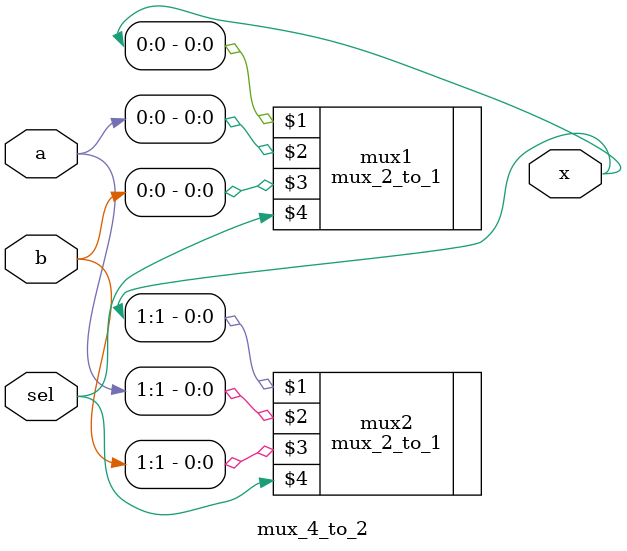
<source format=v>

module mux_4_to_2(x, a, b, sel); 
    input [1:0] a, b;
    input sel; 
    output [1:0] x; 

    mux_2_to_1 mux1(x[0], a[0], b[0], sel),
               mux2(x[1], a[1], b[1], sel); 
endmodule

</source>
